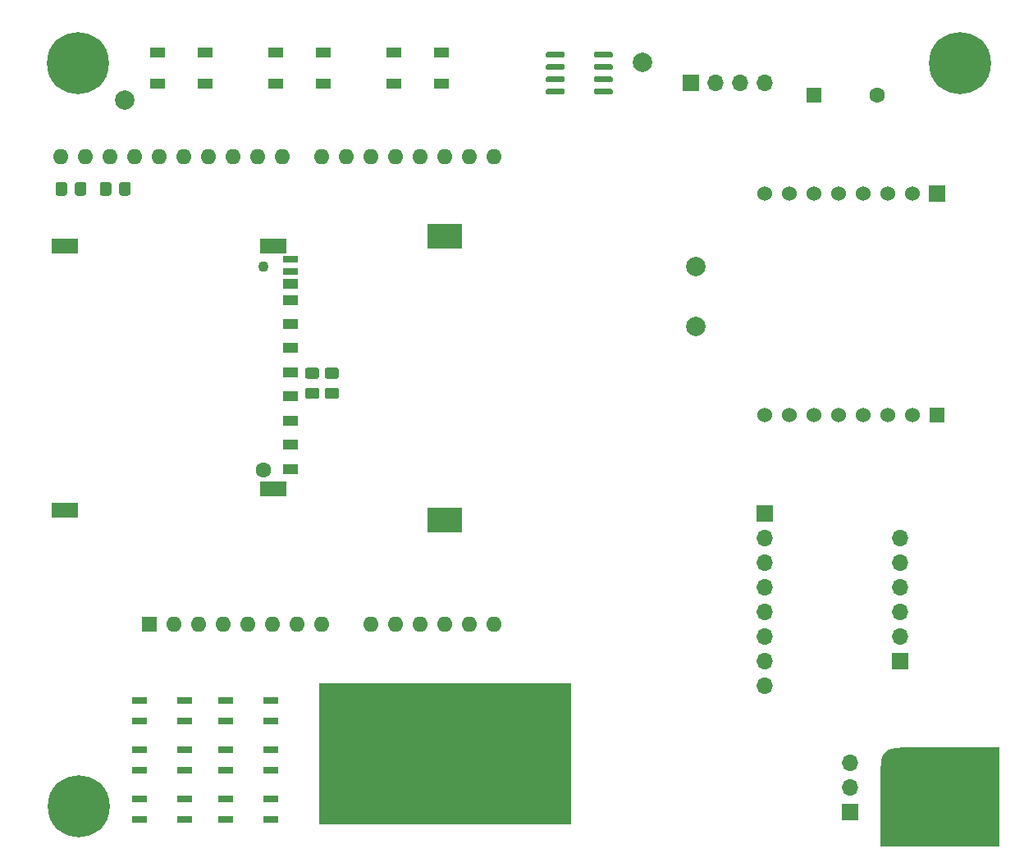
<source format=gbr>
%TF.GenerationSoftware,KiCad,Pcbnew,5.1.12-1.fc34*%
%TF.CreationDate,2022-01-20T20:25:20+01:00*%
%TF.ProjectId,frdm05-devboard,6672646d-3035-42d6-9465-76626f617264,2.2*%
%TF.SameCoordinates,Original*%
%TF.FileFunction,Soldermask,Top*%
%TF.FilePolarity,Negative*%
%FSLAX46Y46*%
G04 Gerber Fmt 4.6, Leading zero omitted, Abs format (unit mm)*
G04 Created by KiCad (PCBNEW 5.1.12-1.fc34) date 2022-01-20 20:25:20*
%MOMM*%
%LPD*%
G01*
G04 APERTURE LIST*
%ADD10C,0.100000*%
%ADD11C,1.600000*%
%ADD12R,1.600000X1.600000*%
%ADD13O,1.600000X1.600000*%
%ADD14R,1.524000X1.524000*%
%ADD15C,1.524000*%
%ADD16R,1.676400X1.676400*%
%ADD17O,1.700000X1.700000*%
%ADD18R,1.700000X1.700000*%
%ADD19R,1.550000X0.650000*%
%ADD20C,2.000000*%
%ADD21C,0.800000*%
%ADD22C,6.400000*%
%ADD23C,1.200000*%
%ADD24R,2.800000X1.500000*%
%ADD25C,1.100000*%
%ADD26R,1.500000X0.700000*%
%ADD27R,1.500000X1.000000*%
%ADD28R,3.600000X2.600000*%
G04 APERTURE END LIST*
D10*
G36*
X203200000Y-144780000D02*
G01*
X191008000Y-144780000D01*
X191008000Y-137160000D01*
X191071500Y-135953500D01*
X191262000Y-135445500D01*
X191516000Y-135128000D01*
X191833500Y-134874000D01*
X192468500Y-134683500D01*
X193548000Y-134620000D01*
X203200000Y-134620000D01*
X203200000Y-144780000D01*
G37*
X203200000Y-144780000D02*
X191008000Y-144780000D01*
X191008000Y-137160000D01*
X191071500Y-135953500D01*
X191262000Y-135445500D01*
X191516000Y-135128000D01*
X191833500Y-134874000D01*
X192468500Y-134683500D01*
X193548000Y-134620000D01*
X203200000Y-134620000D01*
X203200000Y-144780000D01*
%TO.C,J2*%
G36*
X159004000Y-142494000D02*
G01*
X133096000Y-142494000D01*
X133096000Y-128016000D01*
X159004000Y-128016000D01*
X159004000Y-142494000D01*
G37*
X159004000Y-142494000D02*
X133096000Y-142494000D01*
X133096000Y-128016000D01*
X159004000Y-128016000D01*
X159004000Y-142494000D01*
%TD*%
D11*
%TO.C,BZ1*%
X190650000Y-67310000D03*
D12*
X184150000Y-67310000D03*
%TD*%
D13*
%TO.C,A1*%
X148590000Y-73660000D03*
X151130000Y-73660000D03*
X111510000Y-73660000D03*
X151130000Y-121920000D03*
X114050000Y-73660000D03*
X148590000Y-121920000D03*
X116590000Y-73660000D03*
X146050000Y-121920000D03*
X119130000Y-73660000D03*
X143510000Y-121920000D03*
X121670000Y-73660000D03*
X140970000Y-121920000D03*
X124210000Y-73660000D03*
X138430000Y-121920000D03*
X126750000Y-73660000D03*
X133350000Y-121920000D03*
X129290000Y-73660000D03*
X130810000Y-121920000D03*
X133350000Y-73660000D03*
X128270000Y-121920000D03*
X135890000Y-73660000D03*
X125730000Y-121920000D03*
X138430000Y-73660000D03*
X123190000Y-121920000D03*
X140970000Y-73660000D03*
X120650000Y-121920000D03*
X143510000Y-73660000D03*
X118110000Y-121920000D03*
X146050000Y-73660000D03*
D12*
X115570000Y-121920000D03*
D13*
X108970000Y-73660000D03*
X106430000Y-73660000D03*
%TD*%
%TO.C,C7*%
G36*
G01*
X134841000Y-96578000D02*
X133891000Y-96578000D01*
G75*
G02*
X133641000Y-96328000I0J250000D01*
G01*
X133641000Y-95653000D01*
G75*
G02*
X133891000Y-95403000I250000J0D01*
G01*
X134841000Y-95403000D01*
G75*
G02*
X135091000Y-95653000I0J-250000D01*
G01*
X135091000Y-96328000D01*
G75*
G02*
X134841000Y-96578000I-250000J0D01*
G01*
G37*
G36*
G01*
X134841000Y-98653000D02*
X133891000Y-98653000D01*
G75*
G02*
X133641000Y-98403000I0J250000D01*
G01*
X133641000Y-97728000D01*
G75*
G02*
X133891000Y-97478000I250000J0D01*
G01*
X134841000Y-97478000D01*
G75*
G02*
X135091000Y-97728000I0J-250000D01*
G01*
X135091000Y-98403000D01*
G75*
G02*
X134841000Y-98653000I-250000J0D01*
G01*
G37*
%TD*%
D14*
%TO.C,CON1*%
X196850000Y-100330000D03*
D15*
X194310000Y-100330000D03*
X191770000Y-100330000D03*
X189230000Y-100330000D03*
X186690000Y-100330000D03*
X184150000Y-100330000D03*
X181610000Y-100330000D03*
X179070000Y-100330000D03*
X179070000Y-77470000D03*
X181610000Y-77470000D03*
X184150000Y-77470000D03*
X186690000Y-77470000D03*
X189230000Y-77470000D03*
X191770000Y-77470000D03*
X194310000Y-77470000D03*
D16*
X196850000Y-77470000D03*
%TD*%
D17*
%TO.C,J5*%
X179070000Y-66040000D03*
X176530000Y-66040000D03*
X173990000Y-66040000D03*
D18*
X171450000Y-66040000D03*
%TD*%
D19*
%TO.C,SW5*%
X128055000Y-136965000D03*
X123405000Y-136965000D03*
X128055000Y-134815000D03*
X123405000Y-134815000D03*
%TD*%
%TO.C,SW6*%
X128055000Y-142045000D03*
X123405000Y-142045000D03*
X128055000Y-139895000D03*
X123405000Y-139895000D03*
%TD*%
%TO.C,SW4*%
X128055000Y-131885000D03*
X123405000Y-131885000D03*
X128055000Y-129735000D03*
X123405000Y-129735000D03*
%TD*%
%TO.C,SW3*%
X119165000Y-142045000D03*
X114515000Y-142045000D03*
X119165000Y-139895000D03*
X114515000Y-139895000D03*
%TD*%
%TO.C,SW2*%
X119165000Y-136965000D03*
X114515000Y-136965000D03*
X119165000Y-134815000D03*
X114515000Y-134815000D03*
%TD*%
%TO.C,SW1*%
X119165000Y-131885000D03*
X114515000Y-131885000D03*
X119165000Y-129735000D03*
X114515000Y-129735000D03*
%TD*%
D20*
%TO.C,TP5*%
X171932600Y-84975700D03*
%TD*%
%TO.C,TP4*%
X171932600Y-91198700D03*
%TD*%
%TO.C,TP3*%
X166395400Y-63881000D03*
%TD*%
%TO.C,TP2*%
X113030000Y-67818000D03*
%TD*%
D17*
%TO.C,J3*%
X192989200Y-113030000D03*
X192989200Y-115570000D03*
X192989200Y-118110000D03*
X192989200Y-120650000D03*
X192989200Y-123190000D03*
D18*
X192989200Y-125730000D03*
%TD*%
D21*
%TO.C,H4*%
X109926456Y-139018944D03*
X108229400Y-138316000D03*
X106532344Y-139018944D03*
X105829400Y-140716000D03*
X106532344Y-142413056D03*
X108229400Y-143116000D03*
X109926456Y-142413056D03*
X110629400Y-140716000D03*
D22*
X108229400Y-140716000D03*
%TD*%
D21*
%TO.C,H3*%
X200833356Y-139018944D03*
X199136300Y-138316000D03*
X197439244Y-139018944D03*
X196736300Y-140716000D03*
X197439244Y-142413056D03*
X199136300Y-143116000D03*
X200833356Y-142413056D03*
X201536300Y-140716000D03*
D22*
X199136300Y-140716000D03*
%TD*%
D21*
%TO.C,H2*%
X109901056Y-62310944D03*
X108204000Y-61608000D03*
X106506944Y-62310944D03*
X105804000Y-64008000D03*
X106506944Y-65705056D03*
X108204000Y-66408000D03*
X109901056Y-65705056D03*
X110604000Y-64008000D03*
D22*
X108204000Y-64008000D03*
%TD*%
D21*
%TO.C,H1*%
X200909256Y-62260144D03*
X199212200Y-61557200D03*
X197515144Y-62260144D03*
X196812200Y-63957200D03*
X197515144Y-65654256D03*
X199212200Y-66357200D03*
X200909256Y-65654256D03*
X201612200Y-63957200D03*
D22*
X199212200Y-63957200D03*
%TD*%
%TO.C,C6*%
G36*
G01*
X132809000Y-96578000D02*
X131859000Y-96578000D01*
G75*
G02*
X131609000Y-96328000I0J250000D01*
G01*
X131609000Y-95653000D01*
G75*
G02*
X131859000Y-95403000I250000J0D01*
G01*
X132809000Y-95403000D01*
G75*
G02*
X133059000Y-95653000I0J-250000D01*
G01*
X133059000Y-96328000D01*
G75*
G02*
X132809000Y-96578000I-250000J0D01*
G01*
G37*
G36*
G01*
X132809000Y-98653000D02*
X131859000Y-98653000D01*
G75*
G02*
X131609000Y-98403000I0J250000D01*
G01*
X131609000Y-97728000D01*
G75*
G02*
X131859000Y-97478000I250000J0D01*
G01*
X132809000Y-97478000D01*
G75*
G02*
X133059000Y-97728000I0J-250000D01*
G01*
X133059000Y-98403000D01*
G75*
G02*
X132809000Y-98653000I-250000J0D01*
G01*
G37*
%TD*%
%TO.C,U3*%
G36*
G01*
X158405700Y-66779000D02*
X158405700Y-67079000D01*
G75*
G02*
X158255700Y-67229000I-150000J0D01*
G01*
X156605700Y-67229000D01*
G75*
G02*
X156455700Y-67079000I0J150000D01*
G01*
X156455700Y-66779000D01*
G75*
G02*
X156605700Y-66629000I150000J0D01*
G01*
X158255700Y-66629000D01*
G75*
G02*
X158405700Y-66779000I0J-150000D01*
G01*
G37*
G36*
G01*
X158405700Y-65509000D02*
X158405700Y-65809000D01*
G75*
G02*
X158255700Y-65959000I-150000J0D01*
G01*
X156605700Y-65959000D01*
G75*
G02*
X156455700Y-65809000I0J150000D01*
G01*
X156455700Y-65509000D01*
G75*
G02*
X156605700Y-65359000I150000J0D01*
G01*
X158255700Y-65359000D01*
G75*
G02*
X158405700Y-65509000I0J-150000D01*
G01*
G37*
G36*
G01*
X158405700Y-64239000D02*
X158405700Y-64539000D01*
G75*
G02*
X158255700Y-64689000I-150000J0D01*
G01*
X156605700Y-64689000D01*
G75*
G02*
X156455700Y-64539000I0J150000D01*
G01*
X156455700Y-64239000D01*
G75*
G02*
X156605700Y-64089000I150000J0D01*
G01*
X158255700Y-64089000D01*
G75*
G02*
X158405700Y-64239000I0J-150000D01*
G01*
G37*
G36*
G01*
X158405700Y-62969000D02*
X158405700Y-63269000D01*
G75*
G02*
X158255700Y-63419000I-150000J0D01*
G01*
X156605700Y-63419000D01*
G75*
G02*
X156455700Y-63269000I0J150000D01*
G01*
X156455700Y-62969000D01*
G75*
G02*
X156605700Y-62819000I150000J0D01*
G01*
X158255700Y-62819000D01*
G75*
G02*
X158405700Y-62969000I0J-150000D01*
G01*
G37*
G36*
G01*
X163355700Y-62969000D02*
X163355700Y-63269000D01*
G75*
G02*
X163205700Y-63419000I-150000J0D01*
G01*
X161555700Y-63419000D01*
G75*
G02*
X161405700Y-63269000I0J150000D01*
G01*
X161405700Y-62969000D01*
G75*
G02*
X161555700Y-62819000I150000J0D01*
G01*
X163205700Y-62819000D01*
G75*
G02*
X163355700Y-62969000I0J-150000D01*
G01*
G37*
G36*
G01*
X163355700Y-64239000D02*
X163355700Y-64539000D01*
G75*
G02*
X163205700Y-64689000I-150000J0D01*
G01*
X161555700Y-64689000D01*
G75*
G02*
X161405700Y-64539000I0J150000D01*
G01*
X161405700Y-64239000D01*
G75*
G02*
X161555700Y-64089000I150000J0D01*
G01*
X163205700Y-64089000D01*
G75*
G02*
X163355700Y-64239000I0J-150000D01*
G01*
G37*
G36*
G01*
X163355700Y-65509000D02*
X163355700Y-65809000D01*
G75*
G02*
X163205700Y-65959000I-150000J0D01*
G01*
X161555700Y-65959000D01*
G75*
G02*
X161405700Y-65809000I0J150000D01*
G01*
X161405700Y-65509000D01*
G75*
G02*
X161555700Y-65359000I150000J0D01*
G01*
X163205700Y-65359000D01*
G75*
G02*
X163355700Y-65509000I0J-150000D01*
G01*
G37*
G36*
G01*
X163355700Y-66779000D02*
X163355700Y-67079000D01*
G75*
G02*
X163205700Y-67229000I-150000J0D01*
G01*
X161555700Y-67229000D01*
G75*
G02*
X161405700Y-67079000I0J150000D01*
G01*
X161405700Y-66779000D01*
G75*
G02*
X161555700Y-66629000I150000J0D01*
G01*
X163205700Y-66629000D01*
G75*
G02*
X163355700Y-66779000I0J-150000D01*
G01*
G37*
%TD*%
%TO.C,R17*%
G36*
G01*
X112414000Y-77412001D02*
X112414000Y-76511999D01*
G75*
G02*
X112663999Y-76262000I249999J0D01*
G01*
X113364001Y-76262000D01*
G75*
G02*
X113614000Y-76511999I0J-249999D01*
G01*
X113614000Y-77412001D01*
G75*
G02*
X113364001Y-77662000I-249999J0D01*
G01*
X112663999Y-77662000D01*
G75*
G02*
X112414000Y-77412001I0J249999D01*
G01*
G37*
G36*
G01*
X110414000Y-77412001D02*
X110414000Y-76511999D01*
G75*
G02*
X110663999Y-76262000I249999J0D01*
G01*
X111364001Y-76262000D01*
G75*
G02*
X111614000Y-76511999I0J-249999D01*
G01*
X111614000Y-77412001D01*
G75*
G02*
X111364001Y-77662000I-249999J0D01*
G01*
X110663999Y-77662000D01*
G75*
G02*
X110414000Y-77412001I0J249999D01*
G01*
G37*
%TD*%
%TO.C,R16*%
G36*
G01*
X107042000Y-76511999D02*
X107042000Y-77412001D01*
G75*
G02*
X106792001Y-77662000I-249999J0D01*
G01*
X106091999Y-77662000D01*
G75*
G02*
X105842000Y-77412001I0J249999D01*
G01*
X105842000Y-76511999D01*
G75*
G02*
X106091999Y-76262000I249999J0D01*
G01*
X106792001Y-76262000D01*
G75*
G02*
X107042000Y-76511999I0J-249999D01*
G01*
G37*
G36*
G01*
X109042000Y-76511999D02*
X109042000Y-77412001D01*
G75*
G02*
X108792001Y-77662000I-249999J0D01*
G01*
X108091999Y-77662000D01*
G75*
G02*
X107842000Y-77412001I0J249999D01*
G01*
X107842000Y-76511999D01*
G75*
G02*
X108091999Y-76262000I249999J0D01*
G01*
X108792001Y-76262000D01*
G75*
G02*
X109042000Y-76511999I0J-249999D01*
G01*
G37*
%TD*%
D17*
%TO.C,LCD1*%
X179070000Y-128270000D03*
X179070000Y-125730000D03*
X179070000Y-123190000D03*
X179070000Y-120650000D03*
X179070000Y-118110000D03*
X179070000Y-115570000D03*
X179070000Y-113030000D03*
D18*
X179070000Y-110490000D03*
%TD*%
D17*
%TO.C,J4*%
X187858400Y-136220200D03*
X187858400Y-138760200D03*
D18*
X187858400Y-141300200D03*
%TD*%
D23*
%TO.C,J2*%
X158115000Y-135890000D03*
X152400000Y-134620000D03*
X146050000Y-134620000D03*
X139700000Y-134620000D03*
X133985000Y-135890000D03*
X155575000Y-128905000D03*
X149225000Y-128905000D03*
X142875000Y-128905000D03*
X136525000Y-128905000D03*
%TD*%
D24*
%TO.C,J1*%
X128285000Y-82870000D03*
X106785000Y-82870000D03*
X106785000Y-110170000D03*
X128285000Y-107970000D03*
D25*
X127285000Y-85020000D03*
D11*
X127285000Y-106020000D03*
D26*
X130085000Y-84265000D03*
X130085000Y-85465000D03*
D27*
X130085000Y-105895000D03*
X130085000Y-86765000D03*
X130085000Y-88465000D03*
X130085000Y-90895000D03*
X130085000Y-93395000D03*
X130085000Y-95895000D03*
X130085000Y-98395000D03*
X130085000Y-100895000D03*
X130085000Y-103395000D03*
%TD*%
%TO.C,D3*%
X116422000Y-62916000D03*
X116422000Y-66116000D03*
X121322000Y-62916000D03*
X121322000Y-66116000D03*
%TD*%
%TO.C,D2*%
X128614000Y-62916000D03*
X128614000Y-66116000D03*
X133514000Y-62916000D03*
X133514000Y-66116000D03*
%TD*%
%TO.C,D1*%
X140806000Y-62916000D03*
X140806000Y-66116000D03*
X145706000Y-62916000D03*
X145706000Y-66116000D03*
%TD*%
D28*
%TO.C,BT1*%
X146050000Y-81870000D03*
X146050000Y-111170000D03*
%TD*%
M02*

</source>
